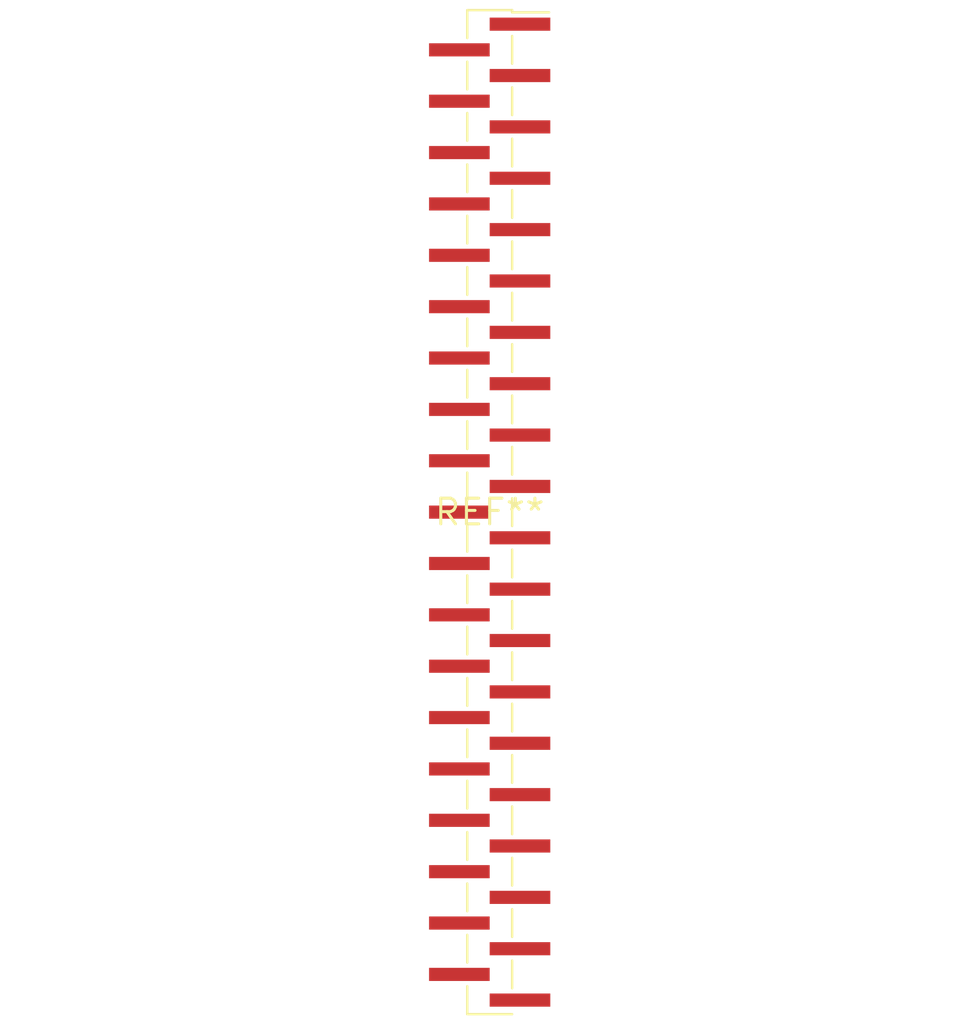
<source format=kicad_pcb>
(kicad_pcb (version 20240108) (generator pcbnew)
  (layers (0 "F.Cu" signal) (31 "B.Cu" signal) (34 "B.Paste" user) (35 "F.Paste" user) (36 "B.SilkS" user "B.Silkscreen") (37 "F.SilkS" user "F.Silkscreen") (38 "B.Mask" user) (39 "F.Mask" user) (44 "Edge.Cuts" user))
  (net 0 "")
  (footprint "PinHeader_1x39_P1.27mm_Vertical_SMD_Pin1Right" (layer "F.Cu") (at 0 0)
    (property "Reference" "REF**")
    (property "Value" "PinHeader_1x39_P1.27mm_Vertical_SMD_Pin1Right")
    (fp_line (start -1.11 -24.825) (end 1.11 -24.825) (layer "F.SilkS") (stroke (width 0.12)))
    (fp_line (start -1.11 -24.815) (end -1.11 -23.445) (layer "F.SilkS") (stroke (width 0.12)))
    (fp_line (start -1.11 -22.275) (end -1.11 -20.905) (layer "F.SilkS") (stroke (width 0.12)))
    (fp_line (start -1.11 -19.735) (end -1.11 -18.365) (layer "F.SilkS") (stroke (width 0.12)))
    (fp_line (start -1.11 -17.195) (end -1.11 -15.825) (layer "F.SilkS") (stroke (width 0.12)))
    (fp_line (start -1.11 -14.655) (end -1.11 -13.285) (layer "F.SilkS") (stroke (width 0.12)))
    (fp_line (start -1.11 -12.115) (end -1.11 -10.745) (layer "F.SilkS") (stroke (width 0.12)))
    (fp_line (start -1.11 -9.575) (end -1.11 -8.205) (layer "F.SilkS") (stroke (width 0.12)))
    (fp_line (start -1.11 -7.035) (end -1.11 -5.665) (layer "F.SilkS") (stroke (width 0.12)))
    (fp_line (start -1.11 -4.495) (end -1.11 -3.125) (layer "F.SilkS") (stroke (width 0.12)))
    (fp_line (start -1.11 -1.955) (end -1.11 -0.585) (layer "F.SilkS") (stroke (width 0.12)))
    (fp_line (start -1.11 0.585) (end -1.11 1.955) (layer "F.SilkS") (stroke (width 0.12)))
    (fp_line (start -1.11 3.125) (end -1.11 4.495) (layer "F.SilkS") (stroke (width 0.12)))
    (fp_line (start -1.11 5.665) (end -1.11 7.035) (layer "F.SilkS") (stroke (width 0.12)))
    (fp_line (start -1.11 8.205) (end -1.11 9.575) (layer "F.SilkS") (stroke (width 0.12)))
    (fp_line (start -1.11 10.745) (end -1.11 12.115) (layer "F.SilkS") (stroke (width 0.12)))
    (fp_line (start -1.11 13.285) (end -1.11 14.655) (layer "F.SilkS") (stroke (width 0.12)))
    (fp_line (start -1.11 15.825) (end -1.11 17.195) (layer "F.SilkS") (stroke (width 0.12)))
    (fp_line (start -1.11 18.365) (end -1.11 19.735) (layer "F.SilkS") (stroke (width 0.12)))
    (fp_line (start -1.11 20.905) (end -1.11 22.275) (layer "F.SilkS") (stroke (width 0.12)))
    (fp_line (start -1.11 23.445) (end -1.11 24.815) (layer "F.SilkS") (stroke (width 0.12)))
    (fp_line (start -1.11 24.715) (end -1.11 24.825) (layer "F.SilkS") (stroke (width 0.12)))
    (fp_line (start -1.11 24.825) (end 1.11 24.825) (layer "F.SilkS") (stroke (width 0.12)))
    (fp_line (start 1.11 -24.825) (end 1.11 -24.715) (layer "F.SilkS") (stroke (width 0.12)))
    (fp_line (start 1.11 -24.715) (end 2.94 -24.715) (layer "F.SilkS") (stroke (width 0.12)))
    (fp_line (start 1.11 -23.545) (end 1.11 -22.175) (layer "F.SilkS") (stroke (width 0.12)))
    (fp_line (start 1.11 -21.005) (end 1.11 -19.635) (layer "F.SilkS") (stroke (width 0.12)))
    (fp_line (start 1.11 -18.465) (end 1.11 -17.095) (layer "F.SilkS") (stroke (width 0.12)))
    (fp_line (start 1.11 -15.925) (end 1.11 -14.555) (layer "F.SilkS") (stroke (width 0.12)))
    (fp_line (start 1.11 -13.385) (end 1.11 -12.015) (layer "F.SilkS") (stroke (width 0.12)))
    (fp_line (start 1.11 -10.845) (end 1.11 -9.475) (layer "F.SilkS") (stroke (width 0.12)))
    (fp_line (start 1.11 -8.305) (end 1.11 -6.935) (layer "F.SilkS") (stroke (width 0.12)))
    (fp_line (start 1.11 -5.765) (end 1.11 -4.395) (layer "F.SilkS") (stroke (width 0.12)))
    (fp_line (start 1.11 -3.225) (end 1.11 -1.855) (layer "F.SilkS") (stroke (width 0.12)))
    (fp_line (start 1.11 -0.685) (end 1.11 0.685) (layer "F.SilkS") (stroke (width 0.12)))
    (fp_line (start 1.11 1.855) (end 1.11 3.225) (layer "F.SilkS") (stroke (width 0.12)))
    (fp_line (start 1.11 4.395) (end 1.11 5.765) (layer "F.SilkS") (stroke (width 0.12)))
    (fp_line (start 1.11 6.935) (end 1.11 8.305) (layer "F.SilkS") (stroke (width 0.12)))
    (fp_line (start 1.11 9.475) (end 1.11 10.845) (layer "F.SilkS") (stroke (width 0.12)))
    (fp_line (start 1.11 12.015) (end 1.11 13.385) (layer "F.SilkS") (stroke (width 0.12)))
    (fp_line (start 1.11 14.555) (end 1.11 15.925) (layer "F.SilkS") (stroke (width 0.12)))
    (fp_line (start 1.11 17.095) (end 1.11 18.465) (layer "F.SilkS") (stroke (width 0.12)))
    (fp_line (start 1.11 19.635) (end 1.11 21.005) (layer "F.SilkS") (stroke (width 0.12)))
    (fp_line (start 1.11 22.175) (end 1.11 23.545) (layer "F.SilkS") (stroke (width 0.12)))
    (pad "1" smd rect (at 1.5 -24.13) (size 3 0.65) (layers "F.Cu" "F.Paste" "F.Mask"))
    (pad "2" smd rect (at -1.5 -22.86) (size 3 0.65) (layers "F.Cu" "F.Paste" "F.Mask"))
    (pad "3" smd rect (at 1.5 -21.59) (size 3 0.65) (layers "F.Cu" "F.Paste" "F.Mask"))
    (pad "4" smd rect (at -1.5 -20.32) (size 3 0.65) (layers "F.Cu" "F.Paste" "F.Mask"))
    (pad "5" smd rect (at 1.5 -19.05) (size 3 0.65) (layers "F.Cu" "F.Paste" "F.Mask"))
    (pad "6" smd rect (at -1.5 -17.78) (size 3 0.65) (layers "F.Cu" "F.Paste" "F.Mask"))
    (pad "7" smd rect (at 1.5 -16.51) (size 3 0.65) (layers "F.Cu" "F.Paste" "F.Mask"))
    (pad "8" smd rect (at -1.5 -15.24) (size 3 0.65) (layers "F.Cu" "F.Paste" "F.Mask"))
    (pad "9" smd rect (at 1.5 -13.97) (size 3 0.65) (layers "F.Cu" "F.Paste" "F.Mask"))
    (pad "10" smd rect (at -1.5 -12.7) (size 3 0.65) (layers "F.Cu" "F.Paste" "F.Mask"))
    (pad "11" smd rect (at 1.5 -11.43) (size 3 0.65) (layers "F.Cu" "F.Paste" "F.Mask"))
    (pad "12" smd rect (at -1.5 -10.16) (size 3 0.65) (layers "F.Cu" "F.Paste" "F.Mask"))
    (pad "13" smd rect (at 1.5 -8.89) (size 3 0.65) (layers "F.Cu" "F.Paste" "F.Mask"))
    (pad "14" smd rect (at -1.5 -7.62) (size 3 0.65) (layers "F.Cu" "F.Paste" "F.Mask"))
    (pad "15" smd rect (at 1.5 -6.35) (size 3 0.65) (layers "F.Cu" "F.Paste" "F.Mask"))
    (pad "16" smd rect (at -1.5 -5.08) (size 3 0.65) (layers "F.Cu" "F.Paste" "F.Mask"))
    (pad "17" smd rect (at 1.5 -3.81) (size 3 0.65) (layers "F.Cu" "F.Paste" "F.Mask"))
    (pad "18" smd rect (at -1.5 -2.54) (size 3 0.65) (layers "F.Cu" "F.Paste" "F.Mask"))
    (pad "19" smd rect (at 1.5 -1.27) (size 3 0.65) (layers "F.Cu" "F.Paste" "F.Mask"))
    (pad "20" smd rect (at -1.5 0) (size 3 0.65) (layers "F.Cu" "F.Paste" "F.Mask"))
    (pad "21" smd rect (at 1.5 1.27) (size 3 0.65) (layers "F.Cu" "F.Paste" "F.Mask"))
    (pad "22" smd rect (at -1.5 2.54) (size 3 0.65) (layers "F.Cu" "F.Paste" "F.Mask"))
    (pad "23" smd rect (at 1.5 3.81) (size 3 0.65) (layers "F.Cu" "F.Paste" "F.Mask"))
    (pad "24" smd rect (at -1.5 5.08) (size 3 0.65) (layers "F.Cu" "F.Paste" "F.Mask"))
    (pad "25" smd rect (at 1.5 6.35) (size 3 0.65) (layers "F.Cu" "F.Paste" "F.Mask"))
    (pad "26" smd rect (at -1.5 7.62) (size 3 0.65) (layers "F.Cu" "F.Paste" "F.Mask"))
    (pad "27" smd rect (at 1.5 8.89) (size 3 0.65) (layers "F.Cu" "F.Paste" "F.Mask"))
    (pad "28" smd rect (at -1.5 10.16) (size 3 0.65) (layers "F.Cu" "F.Paste" "F.Mask"))
    (pad "29" smd rect (at 1.5 11.43) (size 3 0.65) (layers "F.Cu" "F.Paste" "F.Mask"))
    (pad "30" smd rect (at -1.5 12.7) (size 3 0.65) (layers "F.Cu" "F.Paste" "F.Mask"))
    (pad "31" smd rect (at 1.5 13.97) (size 3 0.65) (layers "F.Cu" "F.Paste" "F.Mask"))
    (pad "32" smd rect (at -1.5 15.24) (size 3 0.65) (layers "F.Cu" "F.Paste" "F.Mask"))
    (pad "33" smd rect (at 1.5 16.51) (size 3 0.65) (layers "F.Cu" "F.Paste" "F.Mask"))
    (pad "34" smd rect (at -1.5 17.78) (size 3 0.65) (layers "F.Cu" "F.Paste" "F.Mask"))
    (pad "35" smd rect (at 1.5 19.05) (size 3 0.65) (layers "F.Cu" "F.Paste" "F.Mask"))
    (pad "36" smd rect (at -1.5 20.32) (size 3 0.65) (layers "F.Cu" "F.Paste" "F.Mask"))
    (pad "37" smd rect (at 1.5 21.59) (size 3 0.65) (layers "F.Cu" "F.Paste" "F.Mask"))
    (pad "38" smd rect (at -1.5 22.86) (size 3 0.65) (layers "F.Cu" "F.Paste" "F.Mask"))
    (pad "39" smd rect (at 1.5 24.13) (size 3 0.65) (layers "F.Cu" "F.Paste" "F.Mask"))
  )
)
</source>
